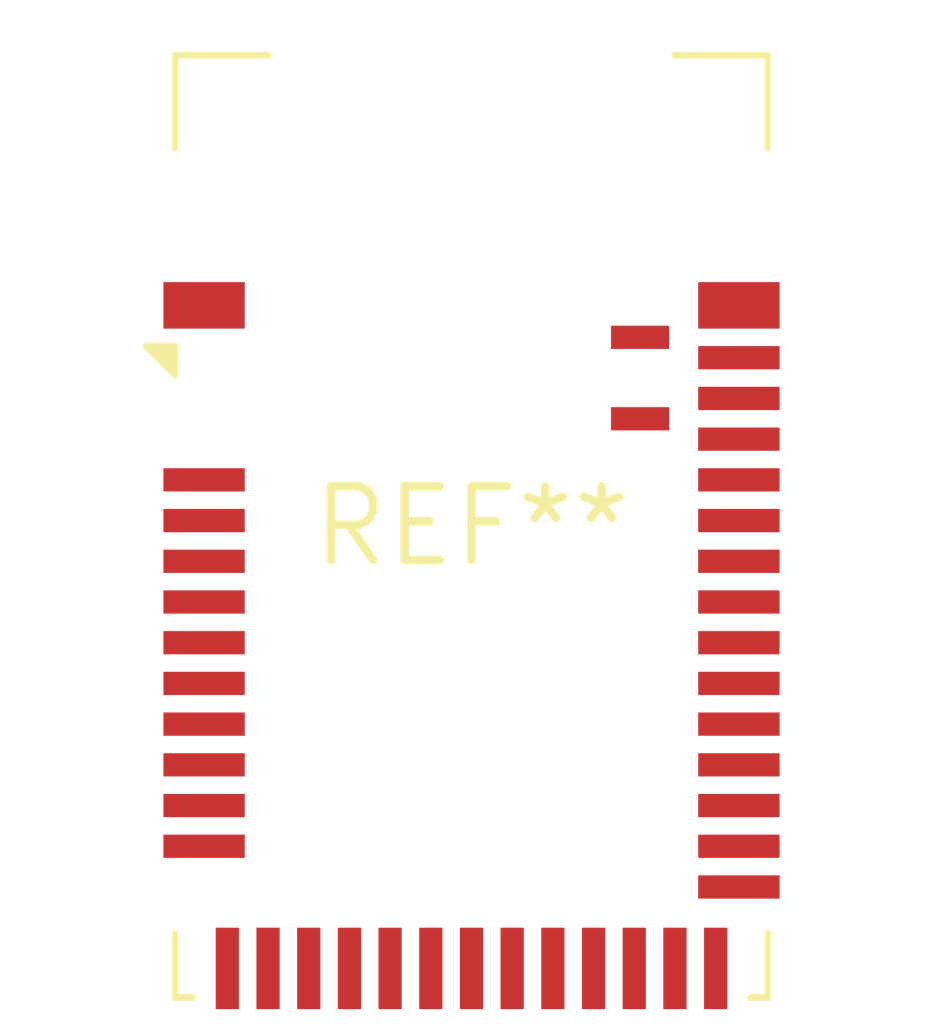
<source format=kicad_pcb>
(kicad_pcb (version 20240108) (generator pcbnew)
  (layers (0 "F.Cu" signal) (31 "B.Cu" signal) (34 "B.Paste" user) (35 "F.Paste" user) (36 "B.SilkS" user "B.Silkscreen") (37 "F.SilkS" user "F.Silkscreen") (38 "B.Mask" user) (39 "F.Mask" user) (44 "Edge.Cuts" user))
  (net 0 "")
  (footprint "Raytac_MDBT42Q" (layer "F.Cu") (at 0 0)
    (property "Reference" "REF**")
    (property "Value" "Raytac_MDBT42Q")
    (fp_line (start -5.1 -8.1) (end -5.1 -6.5) (layer "F.SilkS") (stroke (width 0.12)))
    (fp_line (start -5.1 -8.1) (end -3.5 -8.1) (layer "F.SilkS") (stroke (width 0.12)))
    (fp_line (start -5.1 8.1) (end -5.1 7) (layer "F.SilkS") (stroke (width 0.12)))
    (fp_line (start -4.8 8.1) (end -5.1 8.1) (layer "F.SilkS") (stroke (width 0.12)))
    (fp_line (start 3.5 -8.1) (end 5.1 -8.1) (layer "F.SilkS") (stroke (width 0.12)))
    (fp_line (start 4.8 8.1) (end 5.1 8.1) (layer "F.SilkS") (stroke (width 0.12)))
    (fp_line (start 5.1 -8.1) (end 5.1 -6.5) (layer "F.SilkS") (stroke (width 0.12)))
    (fp_line (start 5.1 8.1) (end 5.1 7) (layer "F.SilkS") (stroke (width 0.12)))
    (fp_poly (pts (xy -5.1 -3.1) (xy -5.6 -3.1) (xy -5.1 -2.6) (xy -5.1 -3.1)) (layer "F.SilkS") (stroke (width 0.12)) (fill solid))
    (pad "1" smd rect (at -4.6 -3.8) (size 1.4 0.8) (layers "F.Cu" "F.Paste" "F.Mask"))
    (pad "2" smd rect (at -4.6 -0.8) (size 1.4 0.4) (layers "F.Cu" "F.Paste" "F.Mask"))
    (pad "3" smd rect (at -4.6 -0.1) (size 1.4 0.4) (layers "F.Cu" "F.Paste" "F.Mask"))
    (pad "4" smd rect (at -4.6 0.6) (size 1.4 0.4) (layers "F.Cu" "F.Paste" "F.Mask"))
    (pad "5" smd rect (at -4.6 1.3) (size 1.4 0.4) (layers "F.Cu" "F.Paste" "F.Mask"))
    (pad "6" smd rect (at -4.6 2) (size 1.4 0.4) (layers "F.Cu" "F.Paste" "F.Mask"))
    (pad "7" smd rect (at -4.6 2.7) (size 1.4 0.4) (layers "F.Cu" "F.Paste" "F.Mask"))
    (pad "8" smd rect (at -4.6 3.4) (size 1.4 0.4) (layers "F.Cu" "F.Paste" "F.Mask"))
    (pad "9" smd rect (at -4.6 4.1) (size 1.4 0.4) (layers "F.Cu" "F.Paste" "F.Mask"))
    (pad "10" smd rect (at -4.6 4.8) (size 1.4 0.4) (layers "F.Cu" "F.Paste" "F.Mask"))
    (pad "11" smd rect (at -4.6 5.5) (size 1.4 0.4) (layers "F.Cu" "F.Paste" "F.Mask"))
    (pad "12" smd rect (at -4.2 7.6 90) (size 1.4 0.4) (layers "F.Cu" "F.Paste" "F.Mask"))
    (pad "13" smd rect (at -3.5 7.6 90) (size 1.4 0.4) (layers "F.Cu" "F.Paste" "F.Mask"))
    (pad "14" smd rect (at -2.8 7.6 90) (size 1.4 0.4) (layers "F.Cu" "F.Paste" "F.Mask"))
    (pad "15" smd rect (at -2.1 7.6 90) (size 1.4 0.4) (layers "F.Cu" "F.Paste" "F.Mask"))
    (pad "16" smd rect (at -1.4 7.6 90) (size 1.4 0.4) (layers "F.Cu" "F.Paste" "F.Mask"))
    (pad "17" smd rect (at -0.7 7.6 90) (size 1.4 0.4) (layers "F.Cu" "F.Paste" "F.Mask"))
    (pad "18" smd rect (at 0 7.6 90) (size 1.4 0.4) (layers "F.Cu" "F.Paste" "F.Mask"))
    (pad "19" smd rect (at 0.7 7.6 90) (size 1.4 0.4) (layers "F.Cu" "F.Paste" "F.Mask"))
    (pad "20" smd rect (at 1.4 7.6 90) (size 1.4 0.4) (layers "F.Cu" "F.Paste" "F.Mask"))
    (pad "21" smd rect (at 2.1 7.6 90) (size 1.4 0.4) (layers "F.Cu" "F.Paste" "F.Mask"))
    (pad "22" smd rect (at 2.8 7.6 90) (size 1.4 0.4) (layers "F.Cu" "F.Paste" "F.Mask"))
    (pad "23" smd rect (at 3.5 7.6 90) (size 1.4 0.4) (layers "F.Cu" "F.Paste" "F.Mask"))
    (pad "24" smd rect (at 4.2 7.6 90) (size 1.4 0.4) (layers "F.Cu" "F.Paste" "F.Mask"))
    (pad "25" smd rect (at 4.6 6.2) (size 1.4 0.4) (layers "F.Cu" "F.Paste" "F.Mask"))
    (pad "26" smd rect (at 4.6 5.5) (size 1.4 0.4) (layers "F.Cu" "F.Paste" "F.Mask"))
    (pad "27" smd rect (at 4.6 4.8) (size 1.4 0.4) (layers "F.Cu" "F.Paste" "F.Mask"))
    (pad "28" smd rect (at 4.6 4.1) (size 1.4 0.4) (layers "F.Cu" "F.Paste" "F.Mask"))
    (pad "29" smd rect (at 4.6 3.4) (size 1.4 0.4) (layers "F.Cu" "F.Paste" "F.Mask"))
    (pad "30" smd rect (at 4.6 2.7) (size 1.4 0.4) (layers "F.Cu" "F.Paste" "F.Mask"))
    (pad "31" smd rect (at 4.6 2) (size 1.4 0.4) (layers "F.Cu" "F.Paste" "F.Mask"))
    (pad "32" smd rect (at 4.6 1.3) (size 1.4 0.4) (layers "F.Cu" "F.Paste" "F.Mask"))
    (pad "33" smd rect (at 4.6 0.6) (size 1.4 0.4) (layers "F.Cu" "F.Paste" "F.Mask"))
    (pad "34" smd rect (at 4.6 -0.1) (size 1.4 0.4) (layers "F.Cu" "F.Paste" "F.Mask"))
    (pad "35" smd rect (at 4.6 -0.8) (size 1.4 0.4) (layers "F.Cu" "F.Paste" "F.Mask"))
    (pad "36" smd rect (at 4.6 -1.5) (size 1.4 0.4) (layers "F.Cu" "F.Paste" "F.Mask"))
    (pad "37" smd rect (at 4.6 -2.2) (size 1.4 0.4) (layers "F.Cu" "F.Paste" "F.Mask"))
    (pad "38" smd rect (at 4.6 -2.9) (size 1.4 0.4) (layers "F.Cu" "F.Paste" "F.Mask"))
    (pad "39" smd rect (at 4.6 -3.8) (size 1.4 0.8) (layers "F.Cu" "F.Paste" "F.Mask"))
    (pad "40" smd rect (at 2.9 -3.25) (size 1 0.4) (layers "F.Cu" "F.Paste" "F.Mask"))
    (pad "41" smd rect (at 2.9 -1.85) (size 1 0.4) (layers "F.Cu" "F.Paste" "F.Mask"))
  )
)
</source>
